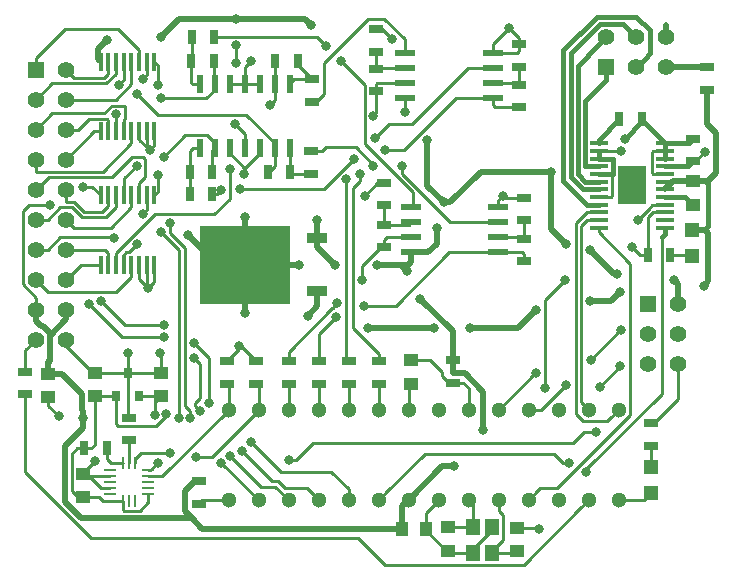
<source format=gbr>
G04 #@! TF.GenerationSoftware,KiCad,Pcbnew,5.0.0-fee4fd1~66~ubuntu16.04.1*
G04 #@! TF.CreationDate,2018-11-06T10:27:56-05:00*
G04 #@! TF.ProjectId,circuit,636972637569742E6B696361645F7063,rev?*
G04 #@! TF.SameCoordinates,Original*
G04 #@! TF.FileFunction,Copper,L1,Top,Signal*
G04 #@! TF.FilePolarity,Positive*
%FSLAX46Y46*%
G04 Gerber Fmt 4.6, Leading zero omitted, Abs format (unit mm)*
G04 Created by KiCad (PCBNEW 5.0.0-fee4fd1~66~ubuntu16.04.1) date Tue Nov  6 10:27:56 2018*
%MOMM*%
%LPD*%
G01*
G04 APERTURE LIST*
G04 #@! TA.AperFunction,SMDPad,CuDef*
%ADD10R,1.701800X0.939800*%
G04 #@! TD*
G04 #@! TA.AperFunction,SMDPad,CuDef*
%ADD11R,7.721600X6.654800*%
G04 #@! TD*
G04 #@! TA.AperFunction,SMDPad,CuDef*
%ADD12R,1.250000X1.000000*%
G04 #@! TD*
G04 #@! TA.AperFunction,SMDPad,CuDef*
%ADD13R,1.000000X1.250000*%
G04 #@! TD*
G04 #@! TA.AperFunction,SMDPad,CuDef*
%ADD14R,1.200000X1.200000*%
G04 #@! TD*
G04 #@! TA.AperFunction,ComponentPad*
%ADD15R,1.400000X1.400000*%
G04 #@! TD*
G04 #@! TA.AperFunction,ComponentPad*
%ADD16C,1.400000*%
G04 #@! TD*
G04 #@! TA.AperFunction,SMDPad,CuDef*
%ADD17R,1.300000X0.700000*%
G04 #@! TD*
G04 #@! TA.AperFunction,SMDPad,CuDef*
%ADD18R,0.700000X1.300000*%
G04 #@! TD*
G04 #@! TA.AperFunction,SMDPad,CuDef*
%ADD19R,0.600000X1.500000*%
G04 #@! TD*
G04 #@! TA.AperFunction,SMDPad,CuDef*
%ADD20R,1.016000X0.254000*%
G04 #@! TD*
G04 #@! TA.AperFunction,SMDPad,CuDef*
%ADD21R,0.254000X1.016000*%
G04 #@! TD*
G04 #@! TA.AperFunction,SMDPad,CuDef*
%ADD22R,1.750000X0.550000*%
G04 #@! TD*
G04 #@! TA.AperFunction,SMDPad,CuDef*
%ADD23R,0.450000X1.500000*%
G04 #@! TD*
G04 #@! TA.AperFunction,SMDPad,CuDef*
%ADD24R,1.600000X0.300000*%
G04 #@! TD*
G04 #@! TA.AperFunction,SMDPad,CuDef*
%ADD25R,2.400000X3.280001*%
G04 #@! TD*
G04 #@! TA.AperFunction,ComponentPad*
%ADD26C,1.300000*%
G04 #@! TD*
G04 #@! TA.AperFunction,SMDPad,CuDef*
%ADD27R,1.200000X1.400000*%
G04 #@! TD*
G04 #@! TA.AperFunction,SMDPad,CuDef*
%ADD28R,0.800000X0.900000*%
G04 #@! TD*
G04 #@! TA.AperFunction,ViaPad*
%ADD29C,0.800000*%
G04 #@! TD*
G04 #@! TA.AperFunction,Conductor*
%ADD30C,0.254000*%
G04 #@! TD*
G04 #@! TA.AperFunction,Conductor*
%ADD31C,0.381000*%
G04 #@! TD*
G04 #@! TA.AperFunction,Conductor*
%ADD32C,0.508000*%
G04 #@! TD*
G04 #@! TA.AperFunction,Conductor*
%ADD33C,0.250000*%
G04 #@! TD*
G04 APERTURE END LIST*
D10*
G04 #@! TO.P,U5,1*
G04 #@! TO.N,/battery+*
X158000700Y-83276001D03*
G04 #@! TO.P,U5,2*
G04 #@! TO.N,VCC*
X158000700Y-78775999D03*
D11*
G04 #@! TO.P,U5,3*
G04 #@! TO.N,GND*
X151892000Y-81026000D03*
G04 #@! TD*
D12*
G04 #@! TO.P,C1,1*
G04 #@! TO.N,GND*
X135280400Y-92271600D03*
G04 #@! TO.P,C1,2*
G04 #@! TO.N,VCC*
X135280400Y-90271600D03*
G04 #@! TD*
G04 #@! TO.P,C2,2*
G04 #@! TO.N,GND*
X169151300Y-105241600D03*
G04 #@! TO.P,C2,1*
G04 #@! TO.N,Net-(C2-Pad1)*
X169151300Y-103241600D03*
G04 #@! TD*
G04 #@! TO.P,C3,1*
G04 #@! TO.N,Net-(C3-Pad1)*
X174929800Y-105305100D03*
G04 #@! TO.P,C3,2*
G04 #@! TO.N,GND*
X174929800Y-103305100D03*
G04 #@! TD*
G04 #@! TO.P,C4,2*
G04 #@! TO.N,Net-(C4-Pad2)*
X166014400Y-89093800D03*
G04 #@! TO.P,C4,1*
G04 #@! TO.N,GND*
X166014400Y-91093800D03*
G04 #@! TD*
G04 #@! TO.P,C5,1*
G04 #@! TO.N,Net-(C5-Pad1)*
X189852300Y-75955400D03*
G04 #@! TO.P,C5,2*
G04 #@! TO.N,/battery+*
X189852300Y-73955400D03*
G04 #@! TD*
D13*
G04 #@! TO.P,C7,2*
G04 #@! TO.N,GND*
X167243000Y-103378000D03*
G04 #@! TO.P,C7,1*
G04 #@! TO.N,VCC*
X165243000Y-103378000D03*
G04 #@! TD*
D14*
G04 #@! TO.P,D1,2*
G04 #@! TO.N,/battery+*
X189814200Y-78089400D03*
G04 #@! TO.P,D1,1*
G04 #@! TO.N,Net-(D1-Pad1)*
X189814200Y-80289400D03*
G04 #@! TD*
G04 #@! TO.P,D2,1*
G04 #@! TO.N,Net-(D2-Pad1)*
X186296300Y-98188600D03*
G04 #@! TO.P,D2,2*
G04 #@! TO.N,/p_led*
X186296300Y-100388600D03*
G04 #@! TD*
D15*
G04 #@! TO.P,J1,1*
G04 #@! TO.N,/red_8*
X134239000Y-64516000D03*
D16*
G04 #@! TO.P,J1,2*
G04 #@! TO.N,/red_7*
X136779000Y-64516000D03*
G04 #@! TO.P,J1,3*
G04 #@! TO.N,/red_6*
X134239000Y-67056000D03*
G04 #@! TO.P,J1,4*
G04 #@! TO.N,/red_5*
X136779000Y-67056000D03*
G04 #@! TO.P,J1,5*
G04 #@! TO.N,/blue_8*
X134239000Y-69596000D03*
G04 #@! TO.P,J1,6*
G04 #@! TO.N,/blue_7*
X136779000Y-69596000D03*
G04 #@! TO.P,J1,9*
G04 #@! TO.N,/red_4*
X134239000Y-74676000D03*
G04 #@! TO.P,J1,7*
G04 #@! TO.N,/blue_6*
X134239000Y-72136000D03*
G04 #@! TO.P,J1,13*
G04 #@! TO.N,/blue_4*
X134239000Y-79756000D03*
G04 #@! TO.P,J1,17*
G04 #@! TO.N,VCC*
X134239000Y-84836000D03*
G04 #@! TO.P,J1,11*
G04 #@! TO.N,/red_2*
X134239000Y-77216000D03*
G04 #@! TO.P,J1,15*
G04 #@! TO.N,/blue_2*
X134239000Y-82296000D03*
G04 #@! TO.P,J1,19*
G04 #@! TO.N,Net-(J1-Pad19)*
X134239000Y-87376000D03*
G04 #@! TO.P,J1,14*
G04 #@! TO.N,/blue_3*
X136779000Y-79756000D03*
G04 #@! TO.P,J1,12*
G04 #@! TO.N,/red_1*
X136779000Y-77216000D03*
G04 #@! TO.P,J1,8*
G04 #@! TO.N,/blue_5*
X136779000Y-72136000D03*
G04 #@! TO.P,J1,18*
G04 #@! TO.N,VCC*
X136779000Y-84836000D03*
G04 #@! TO.P,J1,10*
G04 #@! TO.N,/red_3*
X136779000Y-74676000D03*
G04 #@! TO.P,J1,20*
G04 #@! TO.N,GND*
X136779000Y-87376000D03*
G04 #@! TO.P,J1,16*
G04 #@! TO.N,/blue_1*
X136779000Y-82296000D03*
G04 #@! TD*
D15*
G04 #@! TO.P,J2,1*
G04 #@! TO.N,/motorA+*
X182524400Y-64287400D03*
D16*
G04 #@! TO.P,J2,2*
G04 #@! TO.N,/motorA-*
X182524400Y-61747400D03*
G04 #@! TO.P,J2,3*
G04 #@! TO.N,/motorB+*
X185064400Y-64287400D03*
G04 #@! TO.P,J2,4*
G04 #@! TO.N,/motorB-*
X185064400Y-61747400D03*
G04 #@! TO.P,J2,5*
G04 #@! TO.N,Net-(F1-Pad2)*
X187604400Y-64287400D03*
G04 #@! TO.P,J2,6*
G04 #@! TO.N,GND*
X187604400Y-61747400D03*
G04 #@! TD*
G04 #@! TO.P,P1,6*
G04 #@! TO.N,GND*
X188620400Y-89433400D03*
G04 #@! TO.P,P1,5*
G04 #@! TO.N,/RESET*
X186080400Y-89433400D03*
G04 #@! TO.P,P1,4*
G04 #@! TO.N,/MOSI*
X188620400Y-86893400D03*
G04 #@! TO.P,P1,3*
G04 #@! TO.N,/SCK*
X186080400Y-86893400D03*
G04 #@! TO.P,P1,2*
G04 #@! TO.N,VCC*
X188620400Y-84353400D03*
D15*
G04 #@! TO.P,P1,1*
G04 #@! TO.N,/MISO*
X186080400Y-84353400D03*
G04 #@! TD*
D17*
G04 #@! TO.P,R1,1*
G04 #@! TO.N,/SDA*
X152895300Y-91094600D03*
G04 #@! TO.P,R1,2*
G04 #@! TO.N,/3.3V*
X152895300Y-89194600D03*
G04 #@! TD*
G04 #@! TO.P,R2,1*
G04 #@! TO.N,/SCL*
X150418800Y-91094600D03*
G04 #@! TO.P,R2,2*
G04 #@! TO.N,/3.3V*
X150418800Y-89194600D03*
G04 #@! TD*
G04 #@! TO.P,R3,1*
G04 #@! TO.N,/led_D1*
X133324600Y-92019200D03*
G04 #@! TO.P,R3,2*
G04 #@! TO.N,Net-(J1-Pad19)*
X133324600Y-90119200D03*
G04 #@! TD*
D18*
G04 #@! TO.P,R4,2*
G04 #@! TO.N,/red_inA*
X149159000Y-73152000D03*
G04 #@! TO.P,R4,1*
G04 #@! TO.N,Net-(R4-Pad1)*
X147259000Y-73152000D03*
G04 #@! TD*
G04 #@! TO.P,R5,1*
G04 #@! TO.N,Net-(R5-Pad1)*
X155763000Y-73152000D03*
G04 #@! TO.P,R5,2*
G04 #@! TO.N,/red_inB*
X153863000Y-73152000D03*
G04 #@! TD*
D17*
G04 #@! TO.P,R6,2*
G04 #@! TO.N,Net-(R10-Pad2)*
X175098235Y-64273395D03*
G04 #@! TO.P,R6,1*
G04 #@! TO.N,GND*
X175098235Y-62373395D03*
G04 #@! TD*
D18*
G04 #@! TO.P,R7,2*
G04 #@! TO.N,Net-(R4-Pad1)*
X147259000Y-75057000D03*
G04 #@! TO.P,R7,1*
G04 #@! TO.N,Net-(R7-Pad1)*
X149159000Y-75057000D03*
G04 #@! TD*
D17*
G04 #@! TO.P,R8,1*
G04 #@! TO.N,GND*
X175583587Y-75364614D03*
G04 #@! TO.P,R8,2*
G04 #@! TO.N,Net-(R11-Pad2)*
X175583587Y-77264614D03*
G04 #@! TD*
G04 #@! TO.P,R9,1*
G04 #@! TO.N,Net-(R9-Pad1)*
X157543500Y-71440000D03*
G04 #@! TO.P,R9,2*
G04 #@! TO.N,Net-(R5-Pad1)*
X157543500Y-73340000D03*
G04 #@! TD*
G04 #@! TO.P,R10,2*
G04 #@! TO.N,Net-(R10-Pad2)*
X175098235Y-65802395D03*
G04 #@! TO.P,R10,1*
G04 #@! TO.N,Net-(R10-Pad1)*
X175098235Y-67702395D03*
G04 #@! TD*
G04 #@! TO.P,R11,2*
G04 #@! TO.N,Net-(R11-Pad2)*
X175583587Y-78857114D03*
G04 #@! TO.P,R11,1*
G04 #@! TO.N,Net-(R11-Pad1)*
X175583587Y-80757114D03*
G04 #@! TD*
G04 #@! TO.P,R12,1*
G04 #@! TO.N,/red_outA*
X163245800Y-91094600D03*
G04 #@! TO.P,R12,2*
G04 #@! TO.N,Net-(R10-Pad1)*
X163245800Y-89194600D03*
G04 #@! TD*
G04 #@! TO.P,R13,2*
G04 #@! TO.N,Net-(R11-Pad1)*
X158165800Y-89194600D03*
G04 #@! TO.P,R13,1*
G04 #@! TO.N,/red_outB*
X158165800Y-91094600D03*
G04 #@! TD*
D18*
G04 #@! TO.P,R14,1*
G04 #@! TO.N,GND*
X186055000Y-80238600D03*
G04 #@! TO.P,R14,2*
G04 #@! TO.N,Net-(D1-Pad1)*
X187955000Y-80238600D03*
G04 #@! TD*
D17*
G04 #@! TO.P,R15,2*
G04 #@! TO.N,Net-(D2-Pad1)*
X186296300Y-96365100D03*
G04 #@! TO.P,R15,1*
G04 #@! TO.N,GND*
X186296300Y-94465100D03*
G04 #@! TD*
D18*
G04 #@! TO.P,R16,2*
G04 #@! TO.N,/blue_inB*
X149286000Y-63754000D03*
G04 #@! TO.P,R16,1*
G04 #@! TO.N,Net-(R16-Pad1)*
X147386000Y-63754000D03*
G04 #@! TD*
G04 #@! TO.P,R17,1*
G04 #@! TO.N,Net-(R17-Pad1)*
X156398000Y-63754000D03*
G04 #@! TO.P,R17,2*
G04 #@! TO.N,/blue_inA*
X154498000Y-63754000D03*
G04 #@! TD*
D17*
G04 #@! TO.P,R18,1*
G04 #@! TO.N,GND*
X163709087Y-74094614D03*
G04 #@! TO.P,R18,2*
G04 #@! TO.N,Net-(R18-Pad2)*
X163709087Y-75994614D03*
G04 #@! TD*
D18*
G04 #@! TO.P,R19,2*
G04 #@! TO.N,Net-(R16-Pad1)*
X147447000Y-61722000D03*
G04 #@! TO.P,R19,1*
G04 #@! TO.N,Net-(R19-Pad1)*
X149347000Y-61722000D03*
G04 #@! TD*
D17*
G04 #@! TO.P,R20,2*
G04 #@! TO.N,Net-(R20-Pad2)*
X163033235Y-62992000D03*
G04 #@! TO.P,R20,1*
G04 #@! TO.N,GND*
X163033235Y-61092000D03*
G04 #@! TD*
G04 #@! TO.P,R21,2*
G04 #@! TO.N,Net-(R17-Pad1)*
X157607000Y-65344000D03*
G04 #@! TO.P,R21,1*
G04 #@! TO.N,Net-(R21-Pad1)*
X157607000Y-67244000D03*
G04 #@! TD*
G04 #@! TO.P,R22,1*
G04 #@! TO.N,Net-(R22-Pad1)*
X163709087Y-79550614D03*
G04 #@! TO.P,R22,2*
G04 #@! TO.N,Net-(R18-Pad2)*
X163709087Y-77650614D03*
G04 #@! TD*
G04 #@! TO.P,R23,1*
G04 #@! TO.N,Net-(R23-Pad1)*
X163033235Y-66368895D03*
G04 #@! TO.P,R23,2*
G04 #@! TO.N,Net-(R20-Pad2)*
X163033235Y-64468895D03*
G04 #@! TD*
G04 #@! TO.P,R24,1*
G04 #@! TO.N,/blue_outB*
X155625800Y-91094600D03*
G04 #@! TO.P,R24,2*
G04 #@! TO.N,Net-(R22-Pad1)*
X155625800Y-89194600D03*
G04 #@! TD*
G04 #@! TO.P,R25,1*
G04 #@! TO.N,/blue_outA*
X160705800Y-91094600D03*
G04 #@! TO.P,R25,2*
G04 #@! TO.N,Net-(R23-Pad1)*
X160705800Y-89194600D03*
G04 #@! TD*
D18*
G04 #@! TO.P,R26,2*
G04 #@! TO.N,Net-(R26-Pad2)*
X183631800Y-68732400D03*
G04 #@! TO.P,R26,1*
G04 #@! TO.N,VCC*
X185531800Y-68732400D03*
G04 #@! TD*
D17*
G04 #@! TO.P,R27,2*
G04 #@! TO.N,/RESET*
X148005800Y-101254600D03*
G04 #@! TO.P,R27,1*
G04 #@! TO.N,VCC*
X148005800Y-99354600D03*
G04 #@! TD*
G04 #@! TO.P,R28,2*
G04 #@! TO.N,VCC*
X169519600Y-89143800D03*
G04 #@! TO.P,R28,1*
G04 #@! TO.N,Net-(C4-Pad2)*
X169519600Y-91043800D03*
G04 #@! TD*
D19*
G04 #@! TO.P,U1,14*
G04 #@! TO.N,Net-(R16-Pad1)*
X148082000Y-65753000D03*
G04 #@! TO.P,U1,13*
G04 #@! TO.N,/blue_inB*
X149352000Y-65753000D03*
G04 #@! TO.P,U1,12*
G04 #@! TO.N,GND*
X150622000Y-65753000D03*
G04 #@! TO.P,U1,11*
X151892000Y-65753000D03*
G04 #@! TO.P,U1,10*
X153162000Y-65753000D03*
G04 #@! TO.P,U1,9*
G04 #@! TO.N,/blue_inA*
X154432000Y-65753000D03*
G04 #@! TO.P,U1,8*
G04 #@! TO.N,Net-(R17-Pad1)*
X155702000Y-65753000D03*
G04 #@! TO.P,U1,7*
G04 #@! TO.N,Net-(R5-Pad1)*
X155702000Y-71153000D03*
G04 #@! TO.P,U1,6*
G04 #@! TO.N,/red_inB*
X154432000Y-71153000D03*
G04 #@! TO.P,U1,5*
G04 #@! TO.N,GND*
X153162000Y-71153000D03*
G04 #@! TO.P,U1,4*
G04 #@! TO.N,VCC*
X151892000Y-71153000D03*
G04 #@! TO.P,U1,3*
G04 #@! TO.N,GND*
X150622000Y-71153000D03*
G04 #@! TO.P,U1,2*
G04 #@! TO.N,/red_inA*
X149352000Y-71153000D03*
G04 #@! TO.P,U1,1*
G04 #@! TO.N,Net-(R4-Pad1)*
X148082000Y-71153000D03*
G04 #@! TD*
D20*
G04 #@! TO.P,U2,1*
G04 #@! TO.N,/3.3V*
X143713200Y-100441001D03*
G04 #@! TO.P,U2,2*
G04 #@! TO.N,Net-(U2-Pad2)*
X143713200Y-99940999D03*
G04 #@! TO.P,U2,3*
G04 #@! TO.N,Net-(U2-Pad3)*
X143713200Y-99441000D03*
G04 #@! TO.P,U2,4*
G04 #@! TO.N,/SCL*
X143713200Y-98941001D03*
G04 #@! TO.P,U2,5*
G04 #@! TO.N,GND*
X143713200Y-98440999D03*
D21*
G04 #@! TO.P,U2,6*
G04 #@! TO.N,/SDA*
X142612999Y-97840800D03*
G04 #@! TO.P,U2,7*
G04 #@! TO.N,Net-(R29-Pad1)*
X142113000Y-97840800D03*
G04 #@! TO.P,U2,8*
G04 #@! TO.N,Net-(R30-Pad2)*
X141613001Y-97840800D03*
D20*
G04 #@! TO.P,U2,9*
G04 #@! TO.N,Net-(U2-Pad9)*
X140512800Y-98440999D03*
G04 #@! TO.P,U2,10*
G04 #@! TO.N,GND*
X140512800Y-98941001D03*
G04 #@! TO.P,U2,11*
G04 #@! TO.N,Net-(U2-Pad11)*
X140512800Y-99441000D03*
G04 #@! TO.P,U2,12*
G04 #@! TO.N,GND*
X140512800Y-99940999D03*
G04 #@! TO.P,U2,13*
G04 #@! TO.N,Net-(U2-Pad13)*
X140512800Y-100441001D03*
D21*
G04 #@! TO.P,U2,14*
G04 #@! TO.N,/3.3V*
X141613001Y-101041200D03*
G04 #@! TO.P,U2,15*
G04 #@! TO.N,Net-(U2-Pad15)*
X142113000Y-101041200D03*
G04 #@! TO.P,U2,16*
G04 #@! TO.N,Net-(U2-Pad16)*
X142612999Y-101041200D03*
G04 #@! TD*
D22*
G04 #@! TO.P,U3,1*
G04 #@! TO.N,Net-(R10-Pad1)*
X172892735Y-66942895D03*
G04 #@! TO.P,U3,2*
G04 #@! TO.N,Net-(R10-Pad2)*
X172892735Y-65672895D03*
G04 #@! TO.P,U3,3*
G04 #@! TO.N,Net-(R7-Pad1)*
X172892735Y-64402895D03*
G04 #@! TO.P,U3,4*
G04 #@! TO.N,GND*
X172892735Y-63132895D03*
G04 #@! TO.P,U3,5*
G04 #@! TO.N,Net-(R21-Pad1)*
X165492735Y-63132895D03*
G04 #@! TO.P,U3,6*
G04 #@! TO.N,Net-(R20-Pad2)*
X165492735Y-64402895D03*
G04 #@! TO.P,U3,7*
G04 #@! TO.N,Net-(R23-Pad1)*
X165492735Y-65672895D03*
G04 #@! TO.P,U3,8*
G04 #@! TO.N,VCC*
X165492735Y-66942895D03*
G04 #@! TD*
G04 #@! TO.P,U4,8*
G04 #@! TO.N,VCC*
X165978087Y-79997614D03*
G04 #@! TO.P,U4,7*
G04 #@! TO.N,Net-(R22-Pad1)*
X165978087Y-78727614D03*
G04 #@! TO.P,U4,6*
G04 #@! TO.N,Net-(R18-Pad2)*
X165978087Y-77457614D03*
G04 #@! TO.P,U4,5*
G04 #@! TO.N,Net-(R19-Pad1)*
X165978087Y-76187614D03*
G04 #@! TO.P,U4,4*
G04 #@! TO.N,GND*
X173378087Y-76187614D03*
G04 #@! TO.P,U4,3*
G04 #@! TO.N,Net-(R9-Pad1)*
X173378087Y-77457614D03*
G04 #@! TO.P,U4,2*
G04 #@! TO.N,Net-(R11-Pad2)*
X173378087Y-78727614D03*
G04 #@! TO.P,U4,1*
G04 #@! TO.N,Net-(R11-Pad1)*
X173378087Y-79997614D03*
G04 #@! TD*
D23*
G04 #@! TO.P,U7,16*
G04 #@! TO.N,VCC*
X139711000Y-75155000D03*
G04 #@! TO.P,U7,15*
G04 #@! TO.N,/red_3*
X140361000Y-75155000D03*
G04 #@! TO.P,U7,14*
G04 #@! TO.N,/red_2*
X141011000Y-75155000D03*
G04 #@! TO.P,U7,13*
G04 #@! TO.N,/red_inA*
X141661000Y-75155000D03*
G04 #@! TO.P,U7,12*
G04 #@! TO.N,/red_1*
X142311000Y-75155000D03*
G04 #@! TO.P,U7,11*
G04 #@! TO.N,/red_4*
X142961000Y-75155000D03*
G04 #@! TO.P,U7,10*
G04 #@! TO.N,/select_0A*
X143611000Y-75155000D03*
G04 #@! TO.P,U7,9*
G04 #@! TO.N,/select_1A*
X144261000Y-75155000D03*
G04 #@! TO.P,U7,8*
G04 #@! TO.N,GND*
X144261000Y-81055000D03*
G04 #@! TO.P,U7,7*
X143611000Y-81055000D03*
G04 #@! TO.P,U7,6*
X142961000Y-81055000D03*
G04 #@! TO.P,U7,5*
G04 #@! TO.N,/blue_2*
X142311000Y-81055000D03*
G04 #@! TO.P,U7,4*
G04 #@! TO.N,/blue_4*
X141661000Y-81055000D03*
G04 #@! TO.P,U7,3*
G04 #@! TO.N,/blue_inA*
X141011000Y-81055000D03*
G04 #@! TO.P,U7,2*
G04 #@! TO.N,/blue_3*
X140361000Y-81055000D03*
G04 #@! TO.P,U7,1*
G04 #@! TO.N,/blue_1*
X139711000Y-81055000D03*
G04 #@! TD*
G04 #@! TO.P,U8,1*
G04 #@! TO.N,/blue_5*
X139711000Y-69752000D03*
G04 #@! TO.P,U8,2*
G04 #@! TO.N,/blue_7*
X140361000Y-69752000D03*
G04 #@! TO.P,U8,3*
G04 #@! TO.N,/blue_inB*
X141011000Y-69752000D03*
G04 #@! TO.P,U8,4*
G04 #@! TO.N,/blue_8*
X141661000Y-69752000D03*
G04 #@! TO.P,U8,5*
G04 #@! TO.N,/blue_6*
X142311000Y-69752000D03*
G04 #@! TO.P,U8,6*
G04 #@! TO.N,GND*
X142961000Y-69752000D03*
G04 #@! TO.P,U8,7*
X143611000Y-69752000D03*
G04 #@! TO.P,U8,8*
X144261000Y-69752000D03*
G04 #@! TO.P,U8,9*
G04 #@! TO.N,/select_1B*
X144261000Y-63852000D03*
G04 #@! TO.P,U8,10*
G04 #@! TO.N,/select_0B*
X143611000Y-63852000D03*
G04 #@! TO.P,U8,11*
G04 #@! TO.N,/red_8*
X142961000Y-63852000D03*
G04 #@! TO.P,U8,12*
G04 #@! TO.N,/red_5*
X142311000Y-63852000D03*
G04 #@! TO.P,U8,13*
G04 #@! TO.N,/red_inB*
X141661000Y-63852000D03*
G04 #@! TO.P,U8,14*
G04 #@! TO.N,/red_6*
X141011000Y-63852000D03*
G04 #@! TO.P,U8,15*
G04 #@! TO.N,/red_7*
X140361000Y-63852000D03*
G04 #@! TO.P,U8,16*
G04 #@! TO.N,VCC*
X139711000Y-63852000D03*
G04 #@! TD*
D24*
G04 #@! TO.P,U9,1*
G04 #@! TO.N,Net-(R26-Pad2)*
X181908801Y-70745401D03*
G04 #@! TO.P,U9,2*
G04 #@! TO.N,GND*
X181908801Y-71395400D03*
G04 #@! TO.P,U9,3*
X181908801Y-72045398D03*
G04 #@! TO.P,U9,4*
G04 #@! TO.N,/motorA+*
X181908801Y-72695399D03*
G04 #@! TO.P,U9,5*
G04 #@! TO.N,GND*
X181908801Y-73345398D03*
G04 #@! TO.P,U9,6*
G04 #@! TO.N,/motorA-*
X181908801Y-73995399D03*
G04 #@! TO.P,U9,7*
G04 #@! TO.N,/motorB-*
X181908801Y-74645398D03*
G04 #@! TO.P,U9,8*
G04 #@! TO.N,GND*
X181908801Y-75295399D03*
G04 #@! TO.P,U9,9*
G04 #@! TO.N,/motorB+*
X181908801Y-75945398D03*
G04 #@! TO.P,U9,10*
G04 #@! TO.N,/motorA_PWM*
X181908801Y-76595399D03*
G04 #@! TO.P,U9,11*
G04 #@! TO.N,/motorB_PWM*
X181908801Y-77245398D03*
G04 #@! TO.P,U9,12*
G04 #@! TO.N,/motorB_DIR*
X181908801Y-77895399D03*
G04 #@! TO.P,U9,13*
G04 #@! TO.N,/motorA_DIR*
X187508799Y-77895399D03*
G04 #@! TO.P,U9,14*
G04 #@! TO.N,Net-(U9-Pad14)*
X187508799Y-77245400D03*
G04 #@! TO.P,U9,15*
G04 #@! TO.N,GND*
X187508799Y-76595399D03*
G04 #@! TO.P,U9,16*
G04 #@! TO.N,/issues*
X187508799Y-75945401D03*
G04 #@! TO.P,U9,17*
G04 #@! TO.N,Net-(C5-Pad1)*
X187508799Y-75295399D03*
G04 #@! TO.P,U9,18*
G04 #@! TO.N,/battery+*
X187508799Y-74645401D03*
G04 #@! TO.P,U9,19*
X187508799Y-73995402D03*
G04 #@! TO.P,U9,20*
G04 #@! TO.N,VCC*
X187508799Y-73345401D03*
G04 #@! TO.P,U9,21*
G04 #@! TO.N,GND*
X187508799Y-72695402D03*
G04 #@! TO.P,U9,22*
G04 #@! TO.N,VCC*
X187508799Y-72045401D03*
G04 #@! TO.P,U9,23*
X187508799Y-71395402D03*
G04 #@! TO.P,U9,24*
X187508799Y-70745401D03*
D25*
G04 #@! TO.P,U9,25*
G04 #@! TO.N,N/C*
X184708800Y-74320400D03*
G04 #@! TD*
D26*
G04 #@! TO.P,U10,1*
G04 #@! TO.N,/RESET*
X150545800Y-100939600D03*
G04 #@! TO.P,U10,28*
G04 #@! TO.N,/SCL*
X150545800Y-93319600D03*
G04 #@! TO.P,U10,2*
G04 #@! TO.N,/select_0A*
X153085800Y-100939600D03*
G04 #@! TO.P,U10,27*
G04 #@! TO.N,/SDA*
X153085800Y-93319600D03*
G04 #@! TO.P,U10,3*
G04 #@! TO.N,/select_1A*
X155625800Y-100939600D03*
G04 #@! TO.P,U10,26*
G04 #@! TO.N,/blue_outB*
X155625800Y-93319600D03*
G04 #@! TO.P,U10,4*
G04 #@! TO.N,/select_0B*
X158165800Y-100939600D03*
G04 #@! TO.P,U10,25*
G04 #@! TO.N,/red_outB*
X158165800Y-93319600D03*
G04 #@! TO.P,U10,5*
G04 #@! TO.N,/select_1B*
X160705800Y-100939600D03*
G04 #@! TO.P,U10,24*
G04 #@! TO.N,/blue_outA*
X160705800Y-93319600D03*
G04 #@! TO.P,U10,6*
G04 #@! TO.N,/motorA_DIR*
X163245800Y-100939600D03*
G04 #@! TO.P,U10,23*
G04 #@! TO.N,/red_outA*
X163245800Y-93319600D03*
G04 #@! TO.P,U10,7*
G04 #@! TO.N,VCC*
X165785800Y-100939600D03*
G04 #@! TO.P,U10,22*
G04 #@! TO.N,GND*
X165785800Y-93319600D03*
G04 #@! TO.P,U10,8*
X168325800Y-100939600D03*
G04 #@! TO.P,U10,21*
G04 #@! TO.N,Net-(U10-Pad21)*
X168325800Y-93319600D03*
G04 #@! TO.P,U10,9*
G04 #@! TO.N,Net-(C2-Pad1)*
X170865800Y-100939600D03*
G04 #@! TO.P,U10,20*
G04 #@! TO.N,Net-(C4-Pad2)*
X170865800Y-93319600D03*
G04 #@! TO.P,U10,10*
G04 #@! TO.N,Net-(C3-Pad1)*
X173405800Y-100939600D03*
G04 #@! TO.P,U10,19*
G04 #@! TO.N,/SCK*
X173405800Y-93319600D03*
G04 #@! TO.P,U10,11*
G04 #@! TO.N,/motorB_DIR*
X175945800Y-100939600D03*
G04 #@! TO.P,U10,18*
G04 #@! TO.N,/MISO*
X175945800Y-93319600D03*
G04 #@! TO.P,U10,12*
G04 #@! TO.N,/issues*
X178485800Y-100939600D03*
G04 #@! TO.P,U10,17*
G04 #@! TO.N,/MOSI*
X178485800Y-93319600D03*
G04 #@! TO.P,U10,13*
G04 #@! TO.N,/led_D1*
X181025800Y-100939600D03*
G04 #@! TO.P,U10,16*
G04 #@! TO.N,/motorB_PWM*
X181025800Y-93319600D03*
G04 #@! TO.P,U10,14*
G04 #@! TO.N,/p_led*
X183565800Y-100939600D03*
G04 #@! TO.P,U10,15*
G04 #@! TO.N,/motorA_PWM*
X183565800Y-93319600D03*
G04 #@! TD*
D27*
G04 #@! TO.P,Y1,1*
G04 #@! TO.N,Net-(C3-Pad1)*
X172808800Y-105405100D03*
G04 #@! TO.P,Y1,2*
G04 #@! TO.N,GND*
X172808800Y-103205100D03*
G04 #@! TO.P,Y1,3*
G04 #@! TO.N,Net-(C2-Pad1)*
X171208800Y-103205100D03*
G04 #@! TO.P,Y1,4*
G04 #@! TO.N,GND*
X171208800Y-105405100D03*
G04 #@! TD*
D28*
G04 #@! TO.P,U6,3*
G04 #@! TO.N,GND*
X141986000Y-90186000D03*
G04 #@! TO.P,U6,2*
G04 #@! TO.N,VCC*
X142936000Y-92186000D03*
G04 #@! TO.P,U6,1*
G04 #@! TO.N,/3.3V*
X141036000Y-92186000D03*
G04 #@! TD*
D12*
G04 #@! TO.P,C8,1*
G04 #@! TO.N,/3.3V*
X138201400Y-100720400D03*
G04 #@! TO.P,C8,2*
G04 #@! TO.N,GND*
X138201400Y-98720400D03*
G04 #@! TD*
D17*
G04 #@! TO.P,R29,2*
G04 #@! TO.N,GND*
X142113000Y-93995200D03*
G04 #@! TO.P,R29,1*
G04 #@! TO.N,Net-(R29-Pad1)*
X142113000Y-95895200D03*
G04 #@! TD*
D18*
G04 #@! TO.P,R30,1*
G04 #@! TO.N,/3.3V*
X138318200Y-96570800D03*
G04 #@! TO.P,R30,2*
G04 #@! TO.N,Net-(R30-Pad2)*
X140218200Y-96570800D03*
G04 #@! TD*
D17*
G04 #@! TO.P,C6,1*
G04 #@! TO.N,VCC*
X189852300Y-70385900D03*
G04 #@! TO.P,C6,2*
G04 #@! TO.N,GND*
X189852300Y-72285900D03*
G04 #@! TD*
D12*
G04 #@! TO.P,C9,2*
G04 #@! TO.N,GND*
X144780000Y-90170000D03*
G04 #@! TO.P,C9,1*
G04 #@! TO.N,VCC*
X144780000Y-92170000D03*
G04 #@! TD*
G04 #@! TO.P,C10,1*
G04 #@! TO.N,/3.3V*
X139192000Y-92170000D03*
G04 #@! TO.P,C10,2*
G04 #@! TO.N,GND*
X139192000Y-90170000D03*
G04 #@! TD*
D17*
G04 #@! TO.P,F1,1*
G04 #@! TO.N,/battery+*
X191008000Y-66228000D03*
G04 #@! TO.P,F1,2*
G04 #@! TO.N,Net-(F1-Pad2)*
X191008000Y-64328000D03*
G04 #@! TD*
D29*
G04 #@! TO.N,GND*
X183750000Y-71400000D03*
X174244000Y-60960000D03*
X144526000Y-97790000D03*
X176784000Y-103378000D03*
X151850000Y-73350000D03*
X143850000Y-71350000D03*
X143750000Y-83000000D03*
X142000000Y-88500000D03*
X144750000Y-88500000D03*
X190900000Y-71450000D03*
X136150000Y-93850000D03*
X173750000Y-75200000D03*
X164350000Y-61900000D03*
X139250000Y-97650000D03*
X184658000Y-79502000D03*
X162052000Y-75184000D03*
X152400000Y-63754000D03*
X151892000Y-76962000D03*
X147066000Y-78486000D03*
X151892000Y-85090000D03*
X156464000Y-81026000D03*
G04 #@! TO.N,VCC*
X184073800Y-70358000D03*
X135382000Y-75946000D03*
X138176000Y-74422000D03*
X138176000Y-93980000D03*
X144272000Y-93726000D03*
X151100000Y-69150000D03*
X151150000Y-63950000D03*
X151150000Y-62450000D03*
X165500000Y-68100000D03*
X167350000Y-70450000D03*
X168750000Y-75750000D03*
X168150000Y-77900000D03*
X165650000Y-81550000D03*
X166750000Y-83900000D03*
X172100000Y-95000000D03*
X169600000Y-98100000D03*
X140208000Y-61976000D03*
X157988000Y-77216000D03*
X157480000Y-60706000D03*
X151130000Y-60198000D03*
X144780000Y-61722000D03*
X159512000Y-81026000D03*
X163068000Y-81026000D03*
X177800000Y-73152000D03*
X188214000Y-82296000D03*
X183388000Y-81788000D03*
X181102801Y-79756000D03*
X179070000Y-79248000D03*
G04 #@! TO.N,/battery+*
X157226000Y-85344000D03*
X162306000Y-86360000D03*
X167894000Y-86360000D03*
X170942000Y-86360000D03*
X176530000Y-84836000D03*
X181102801Y-84074000D03*
X183642000Y-83312000D03*
X190754000Y-82804000D03*
G04 #@! TO.N,/blue_4*
X140850000Y-78750000D03*
X142820067Y-79270067D03*
G04 #@! TO.N,/RESET*
X155650000Y-97600000D03*
X181650000Y-95200000D03*
G04 #@! TO.N,/MOSI*
X181950000Y-91350000D03*
X183700000Y-89650000D03*
G04 #@! TO.N,/SCK*
X176573000Y-90200000D03*
G04 #@! TO.N,/MISO*
X179100000Y-91200000D03*
X181200000Y-89100000D03*
X183750000Y-86600000D03*
G04 #@! TO.N,/SDA*
X147802600Y-97282000D03*
X145542000Y-96977200D03*
G04 #@! TO.N,/3.3V*
X145271509Y-93694615D03*
X151450000Y-87900000D03*
G04 #@! TO.N,/red_inA*
X142748000Y-72644000D03*
X145034000Y-71882000D03*
G04 #@! TO.N,/red_inB*
X141224000Y-65786000D03*
X142748000Y-66548000D03*
G04 #@! TO.N,Net-(R7-Pad1)*
X149923000Y-74700000D03*
X151500000Y-74650000D03*
X161200000Y-72050000D03*
X162950000Y-70300000D03*
G04 #@! TO.N,Net-(R9-Pad1)*
X162750000Y-72700000D03*
X165200000Y-72700000D03*
G04 #@! TO.N,Net-(R10-Pad1)*
X163800000Y-71350000D03*
X161700000Y-73350000D03*
G04 #@! TO.N,Net-(R11-Pad1)*
X159650000Y-85450000D03*
X162000000Y-84500000D03*
G04 #@! TO.N,/blue_inB*
X141029391Y-68291000D03*
X144780000Y-66922933D03*
G04 #@! TO.N,/blue_inA*
X154050000Y-67550000D03*
X150650000Y-72900000D03*
G04 #@! TO.N,Net-(R19-Pad1)*
X158750000Y-62484000D03*
X160020000Y-63754000D03*
G04 #@! TO.N,Net-(R22-Pad1)*
X159756347Y-84318347D03*
X161798000Y-82296000D03*
G04 #@! TO.N,Net-(R23-Pad1)*
X162783234Y-68450000D03*
X160500000Y-73800000D03*
G04 #@! TO.N,/select_0A*
X149860000Y-97790000D03*
X146304000Y-93980000D03*
X144780000Y-78232000D03*
X143256000Y-76708000D03*
G04 #@! TO.N,/select_1A*
X150692051Y-97235299D03*
X147304003Y-93980000D03*
X145542000Y-77470000D03*
X144526000Y-73406000D03*
G04 #@! TO.N,/select_1B*
X144526000Y-65800000D03*
X139700000Y-84074000D03*
X145034000Y-86106000D03*
X147574000Y-87630000D03*
X148844000Y-92710000D03*
X152400000Y-96012000D03*
G04 #@! TO.N,/select_0B*
X151638000Y-96774000D03*
X148141315Y-93433270D03*
X147574000Y-88900000D03*
X145034000Y-87122000D03*
X138684000Y-84328000D03*
X143256000Y-65278000D03*
G04 #@! TO.N,/motorA_DIR*
X180800000Y-98600000D03*
X179400000Y-97800000D03*
G04 #@! TO.N,/issues*
X177300000Y-91450000D03*
X179000000Y-82350000D03*
X185166000Y-77216000D03*
G04 #@! TD*
D30*
G04 #@! TO.N,GND*
X171208800Y-105116498D02*
X171208800Y-105405100D01*
X172808800Y-103516498D02*
X171208800Y-105116498D01*
X172808800Y-103205100D02*
X172808800Y-103516498D01*
X183035802Y-73418399D02*
X182962801Y-73345398D01*
X183035802Y-75222398D02*
X183035802Y-73418399D01*
X182962801Y-75295399D02*
X183035802Y-75222398D01*
X182962801Y-73345398D02*
X181908801Y-73345398D01*
X181908801Y-75295399D02*
X182962801Y-75295399D01*
D31*
X181908801Y-72045398D02*
X181908801Y-71395400D01*
X183118299Y-73316900D02*
X183118299Y-72073896D01*
X183089801Y-72045398D02*
X181908801Y-72045398D01*
X183089801Y-73345398D02*
X183118299Y-73316900D01*
X183118299Y-72073896D02*
X183089801Y-72045398D01*
X181908801Y-73345398D02*
X183089801Y-73345398D01*
X189442798Y-72695402D02*
X187508799Y-72695402D01*
X189852300Y-72285900D02*
X189442798Y-72695402D01*
D30*
X175098235Y-62977395D02*
X175098235Y-62373395D01*
X174942735Y-63132895D02*
X175098235Y-62977395D01*
X172892735Y-63132895D02*
X174942735Y-63132895D01*
X172892735Y-62311265D02*
X174244000Y-60960000D01*
X172892735Y-63132895D02*
X172892735Y-62311265D01*
X175098235Y-61814235D02*
X174244000Y-60960000D01*
X175098235Y-62373395D02*
X175098235Y-61814235D01*
X139067000Y-90170000D02*
X136779000Y-87882000D01*
X136779000Y-87882000D02*
X136779000Y-87376000D01*
X139192000Y-90170000D02*
X139067000Y-90170000D01*
X142002000Y-90170000D02*
X141986000Y-90186000D01*
X144780000Y-90170000D02*
X142002000Y-90170000D01*
X139208000Y-90186000D02*
X139192000Y-90170000D01*
X141986000Y-90186000D02*
X139208000Y-90186000D01*
X141986000Y-93868200D02*
X142113000Y-93995200D01*
X141986000Y-90186000D02*
X141986000Y-93868200D01*
X138422001Y-98941001D02*
X140512800Y-98941001D01*
X138201400Y-98720400D02*
X138422001Y-98941001D01*
X139750800Y-99940999D02*
X140512800Y-99940999D01*
X138530201Y-98720400D02*
X139750800Y-99940999D01*
X138201400Y-98720400D02*
X138530201Y-98720400D01*
X143875001Y-98440999D02*
X144526000Y-97790000D01*
X143713200Y-98440999D02*
X143875001Y-98440999D01*
X167243000Y-102022400D02*
X168325800Y-100939600D01*
X167243000Y-103378000D02*
X167243000Y-102022400D01*
X168981600Y-105241600D02*
X169151300Y-105241600D01*
X167243000Y-103503000D02*
X168981600Y-105241600D01*
X167243000Y-103378000D02*
X167243000Y-103503000D01*
X176711100Y-103305100D02*
X176784000Y-103378000D01*
X174929800Y-103305100D02*
X176711100Y-103305100D01*
X188620400Y-90423349D02*
X188620400Y-89433400D01*
X188620400Y-92441000D02*
X188620400Y-90423349D01*
X186596300Y-94465100D02*
X188620400Y-92441000D01*
X186296300Y-94465100D02*
X186596300Y-94465100D01*
X169314800Y-105405100D02*
X169151300Y-105241600D01*
X171208800Y-105405100D02*
X169314800Y-105405100D01*
X151850000Y-72831000D02*
X151850000Y-73350000D01*
X150622000Y-71603000D02*
X151850000Y-72831000D01*
X150622000Y-71153000D02*
X150622000Y-71603000D01*
X151850000Y-72915000D02*
X151850000Y-73350000D01*
X153162000Y-71603000D02*
X151850000Y-72915000D01*
X153162000Y-71153000D02*
X153162000Y-71603000D01*
X142961000Y-70461000D02*
X143850000Y-71350000D01*
X142961000Y-69752000D02*
X142961000Y-70461000D01*
X143611000Y-71111000D02*
X143850000Y-71350000D01*
X143611000Y-69752000D02*
X143611000Y-71111000D01*
X144261000Y-70939000D02*
X143850000Y-71350000D01*
X144261000Y-69752000D02*
X144261000Y-70939000D01*
X142961000Y-82211000D02*
X143750000Y-83000000D01*
X142961000Y-81055000D02*
X142961000Y-82211000D01*
X143611000Y-82861000D02*
X143750000Y-83000000D01*
X143611000Y-81055000D02*
X143611000Y-82861000D01*
X144261000Y-82489000D02*
X143750000Y-83000000D01*
X144261000Y-81055000D02*
X144261000Y-82489000D01*
X141986000Y-88514000D02*
X142000000Y-88500000D01*
X141986000Y-90186000D02*
X141986000Y-88514000D01*
X144780000Y-88530000D02*
X144750000Y-88500000D01*
X144780000Y-90170000D02*
X144780000Y-88530000D01*
X183745400Y-71395400D02*
X183750000Y-71400000D01*
X181908801Y-71395400D02*
X183745400Y-71395400D01*
X189852300Y-72285900D02*
X190014100Y-72285900D01*
X190064100Y-72285900D02*
X190900000Y-71450000D01*
X189852300Y-72285900D02*
X190064100Y-72285900D01*
D32*
X175398235Y-62373395D02*
X175098235Y-62373395D01*
X187604400Y-60757451D02*
X187604400Y-61747400D01*
D30*
X135280400Y-92980400D02*
X136150000Y-93850000D01*
X135280400Y-92271600D02*
X135280400Y-92980400D01*
X173914614Y-75364614D02*
X173750000Y-75200000D01*
X175583587Y-75364614D02*
X173914614Y-75364614D01*
X173378087Y-75571913D02*
X173750000Y-75200000D01*
X173378087Y-76187614D02*
X173378087Y-75571913D01*
X163542000Y-61092000D02*
X164350000Y-61900000D01*
X163033235Y-61092000D02*
X163542000Y-61092000D01*
X165785800Y-91322400D02*
X166014400Y-91093800D01*
X165785800Y-93319600D02*
X165785800Y-91322400D01*
D33*
X138201400Y-98698600D02*
X139250000Y-97650000D01*
X138201400Y-98720400D02*
X138201400Y-98698600D01*
D30*
X186055000Y-79334600D02*
X186055000Y-80238600D01*
X186055000Y-76995198D02*
X186055000Y-79334600D01*
X186454799Y-76595399D02*
X186055000Y-76995198D01*
X187508799Y-76595399D02*
X186454799Y-76595399D01*
X185394600Y-80238600D02*
X184658000Y-79502000D01*
X186055000Y-80238600D02*
X185394600Y-80238600D01*
X163141386Y-74094614D02*
X162052000Y-75184000D01*
X163709087Y-74094614D02*
X163141386Y-74094614D01*
X150622000Y-65753000D02*
X151892000Y-65753000D01*
X153162000Y-65753000D02*
X151892000Y-65753000D01*
X151892000Y-64262000D02*
X152400000Y-63754000D01*
X151892000Y-65753000D02*
X151892000Y-64262000D01*
D32*
X151892000Y-81026000D02*
X151892000Y-76962000D01*
X149606000Y-81026000D02*
X147066000Y-78486000D01*
X151892000Y-81026000D02*
X149606000Y-81026000D01*
X151892000Y-81026000D02*
X151892000Y-85090000D01*
X151892000Y-81026000D02*
X156464000Y-81026000D01*
D31*
G04 #@! TO.N,VCC*
X185531800Y-68768402D02*
X187508799Y-70745401D01*
X185531800Y-68732400D02*
X185531800Y-68768402D01*
X187508799Y-70745401D02*
X187508799Y-71395402D01*
X187508799Y-71395402D02*
X187508799Y-72045401D01*
X189492799Y-70745401D02*
X189852300Y-70385900D01*
X187508799Y-70745401D02*
X189492799Y-70745401D01*
X185531800Y-68900000D02*
X184073800Y-70358000D01*
X185531800Y-68732400D02*
X185531800Y-68900000D01*
D30*
X134239000Y-83815962D02*
X133096000Y-82672962D01*
X134239000Y-84836000D02*
X134239000Y-83815962D01*
X133096000Y-82672962D02*
X133096000Y-76454000D01*
X133604000Y-75946000D02*
X135382000Y-75946000D01*
X133096000Y-76454000D02*
X133604000Y-75946000D01*
X138978000Y-74422000D02*
X139711000Y-75155000D01*
X138176000Y-74422000D02*
X138978000Y-74422000D01*
X144764000Y-92186000D02*
X144780000Y-92170000D01*
X142936000Y-92186000D02*
X144764000Y-92186000D01*
X135280400Y-89517600D02*
X135280400Y-90271600D01*
X138176000Y-93042200D02*
X138176000Y-93980000D01*
X135280400Y-90271600D02*
X135405400Y-90271600D01*
X144272000Y-92678000D02*
X144780000Y-92170000D01*
X144272000Y-93726000D02*
X144272000Y-92678000D01*
X151892000Y-69942000D02*
X151100000Y-69150000D01*
X151892000Y-71153000D02*
X151892000Y-69942000D01*
X151150000Y-63950000D02*
X151150000Y-62450000D01*
X186381798Y-71468403D02*
X186454799Y-71395402D01*
X186381798Y-73281798D02*
X186381798Y-71468403D01*
X186445401Y-73345401D02*
X186381798Y-73281798D01*
X186454799Y-71395402D02*
X187508799Y-71395402D01*
X187508799Y-73345401D02*
X186445401Y-73345401D01*
X164489000Y-103378000D02*
X165243000Y-103378000D01*
X165492735Y-68092735D02*
X165500000Y-68100000D01*
X165492735Y-66942895D02*
X165492735Y-68092735D01*
D32*
X167350000Y-74350000D02*
X168750000Y-75750000D01*
X167350000Y-70450000D02*
X167350000Y-74350000D01*
X166578087Y-79997614D02*
X165978087Y-79997614D01*
X165700000Y-81550000D02*
X165650000Y-81550000D01*
X169519600Y-86669600D02*
X169519600Y-89143800D01*
X166750000Y-83900000D02*
X169519600Y-86669600D01*
X169519600Y-90239799D02*
X170532801Y-90239799D01*
X170532801Y-90239799D02*
X172100000Y-91806998D01*
X169519600Y-89143800D02*
X169519600Y-90239799D01*
X172100000Y-91806998D02*
X172100000Y-95000000D01*
X168625400Y-98100000D02*
X165785800Y-100939600D01*
X169600000Y-98100000D02*
X168625400Y-98100000D01*
X165243000Y-101482400D02*
X165785800Y-100939600D01*
X165243000Y-103378000D02*
X165243000Y-101482400D01*
X147705800Y-99354600D02*
X148005800Y-99354600D01*
X146847800Y-100212600D02*
X147705800Y-99354600D01*
X146847800Y-101913802D02*
X146847800Y-100212600D01*
X165243000Y-103378000D02*
X148311998Y-103378000D01*
X138176000Y-93414315D02*
X138176000Y-93980000D01*
X138112999Y-93351314D02*
X138176000Y-93414315D01*
X138112999Y-91971199D02*
X138112999Y-93351314D01*
X136413400Y-90271600D02*
X138112999Y-91971199D01*
X135280400Y-90271600D02*
X136413400Y-90271600D01*
X138054800Y-102516002D02*
X147450000Y-102516002D01*
X136668389Y-101129591D02*
X138054800Y-102516002D01*
X136668389Y-96403409D02*
X136668389Y-101129591D01*
X138176000Y-94895798D02*
X136668389Y-96403409D01*
X138176000Y-93980000D02*
X138176000Y-94895798D01*
X148311998Y-103378000D02*
X147450000Y-102516002D01*
X147450000Y-102516002D02*
X146847800Y-101913802D01*
X135393001Y-89150999D02*
X135280400Y-89263600D01*
X135280400Y-89263600D02*
X135280400Y-90271600D01*
X134792921Y-86221999D02*
X135393001Y-86822079D01*
X134635050Y-86221999D02*
X134792921Y-86221999D01*
X134239000Y-85825949D02*
X134635050Y-86221999D01*
X134239000Y-84836000D02*
X134239000Y-85825949D01*
X135393001Y-87054077D02*
X135393001Y-87376000D01*
X136779000Y-85668078D02*
X135393001Y-87054077D01*
X136779000Y-84836000D02*
X136779000Y-85668078D01*
X135393001Y-86822079D02*
X135393001Y-87376000D01*
X135393001Y-87376000D02*
X135393001Y-89150999D01*
X139446000Y-63587000D02*
X139681999Y-63822999D01*
X139446000Y-62738000D02*
X139446000Y-63587000D01*
X140208000Y-61976000D02*
X139446000Y-62738000D01*
X158000700Y-77228700D02*
X157988000Y-77216000D01*
X158000700Y-78775999D02*
X158000700Y-77228700D01*
X157480000Y-60706000D02*
X156972000Y-60198000D01*
X156972000Y-60198000D02*
X151130000Y-60198000D01*
X146304000Y-60198000D02*
X144780000Y-61722000D01*
X151130000Y-60198000D02*
X146304000Y-60198000D01*
X158000700Y-79514700D02*
X159512000Y-81026000D01*
X158000700Y-78775999D02*
X158000700Y-79514700D01*
X165126000Y-81026000D02*
X165650000Y-81550000D01*
X163068000Y-81026000D02*
X165126000Y-81026000D01*
X171913685Y-73152000D02*
X177800000Y-73152000D01*
X169315685Y-75750000D02*
X171913685Y-73152000D01*
X168750000Y-75750000D02*
X169315685Y-75750000D01*
X188620400Y-82702400D02*
X188214000Y-82296000D01*
X188620400Y-84353400D02*
X188620400Y-82702400D01*
X183134801Y-81788000D02*
X181102801Y-79756000D01*
X183388000Y-81788000D02*
X183134801Y-81788000D01*
X179070000Y-79248000D02*
X177800000Y-77978000D01*
X177800000Y-77978000D02*
X177800000Y-73152000D01*
X168150000Y-79246000D02*
X167398386Y-79997614D01*
X167398386Y-79997614D02*
X165978087Y-79997614D01*
X168150000Y-77900000D02*
X168150000Y-79246000D01*
X165978087Y-80780614D02*
X165978087Y-79997614D01*
X165732701Y-81026000D02*
X165978087Y-80780614D01*
X165126000Y-81026000D02*
X165732701Y-81026000D01*
D30*
G04 #@! TO.N,Net-(C2-Pad1)*
X171208800Y-101282600D02*
X170865800Y-100939600D01*
X171208800Y-103205100D02*
X171208800Y-101282600D01*
X169187800Y-103205100D02*
X169151300Y-103241600D01*
X171208800Y-103205100D02*
X169187800Y-103205100D01*
G04 #@! TO.N,Net-(C3-Pad1)*
X173405800Y-101858838D02*
X173405800Y-100939600D01*
X173735801Y-104378099D02*
X173735801Y-102188839D01*
X172808800Y-105305100D02*
X173735801Y-104378099D01*
X173735801Y-102188839D02*
X173405800Y-101858838D01*
X172808800Y-105405100D02*
X172808800Y-105305100D01*
X174829800Y-105405100D02*
X174929800Y-105305100D01*
X172808800Y-105405100D02*
X174829800Y-105405100D01*
G04 #@! TO.N,Net-(C4-Pad2)*
X169219600Y-91043800D02*
X169519600Y-91043800D01*
X168615600Y-90139800D02*
X168615600Y-90439800D01*
X167569600Y-89093800D02*
X168615600Y-90139800D01*
X168615600Y-90439800D02*
X169219600Y-91043800D01*
X166014400Y-89093800D02*
X167569600Y-89093800D01*
X170865800Y-92400362D02*
X170865800Y-93319600D01*
X170865800Y-91486000D02*
X170865800Y-92400362D01*
X170423600Y-91043800D02*
X170865800Y-91486000D01*
X169519600Y-91043800D02*
X170423600Y-91043800D01*
D31*
G04 #@! TO.N,Net-(C5-Pad1)*
X189192299Y-75295399D02*
X187508799Y-75295399D01*
X189852300Y-75955400D02*
X189192299Y-75295399D01*
D32*
G04 #@! TO.N,/battery+*
X191770000Y-69900800D02*
X191770000Y-73279000D01*
X191093600Y-73955400D02*
X189852300Y-73955400D01*
X191770000Y-73279000D02*
X191093600Y-73955400D01*
X188198800Y-73955400D02*
X187508799Y-74645401D01*
X189852300Y-73955400D02*
X188198800Y-73955400D01*
D31*
X190858300Y-73955400D02*
X191135000Y-74232100D01*
X189852300Y-73955400D02*
X190858300Y-73955400D01*
X190795200Y-78089400D02*
X189814200Y-78089400D01*
X191135000Y-77749600D02*
X190795200Y-78089400D01*
X191135000Y-74232100D02*
X191135000Y-77749600D01*
D32*
X191008000Y-69138800D02*
X191770000Y-69900800D01*
X191008000Y-66228000D02*
X191008000Y-69138800D01*
X158000700Y-84569300D02*
X157226000Y-85344000D01*
X158000700Y-83276001D02*
X158000700Y-84569300D01*
X162306000Y-86360000D02*
X167894000Y-86360000D01*
X175006000Y-86360000D02*
X176530000Y-84836000D01*
X170942000Y-86360000D02*
X175006000Y-86360000D01*
X182880000Y-84074000D02*
X183642000Y-83312000D01*
X181102801Y-84074000D02*
X182880000Y-84074000D01*
X191153999Y-78321199D02*
X190922200Y-78089400D01*
X190922200Y-78089400D02*
X189814200Y-78089400D01*
X191153999Y-82404001D02*
X191153999Y-78321199D01*
X190754000Y-82804000D02*
X191153999Y-82404001D01*
D30*
G04 #@! TO.N,Net-(D1-Pad1)*
X189763400Y-80238600D02*
X189814200Y-80289400D01*
X187955000Y-80238600D02*
X189763400Y-80238600D01*
G04 #@! TO.N,Net-(D2-Pad1)*
X186296300Y-98188600D02*
X186296300Y-96365100D01*
G04 #@! TO.N,/p_led*
X185745300Y-100939600D02*
X186296300Y-100388600D01*
X183565800Y-100939600D02*
X185745300Y-100939600D01*
G04 #@! TO.N,/red_8*
X134239000Y-63562000D02*
X136714000Y-61087000D01*
X134239000Y-64516000D02*
X134239000Y-63562000D01*
X141200000Y-61087000D02*
X142961000Y-62848000D01*
X142961000Y-62848000D02*
X142961000Y-63852000D01*
X136714000Y-61087000D02*
X141200000Y-61087000D01*
G04 #@! TO.N,/red_7*
X137478999Y-65215999D02*
X140001001Y-65215999D01*
X140361000Y-64856000D02*
X140361000Y-63852000D01*
X140001001Y-65215999D02*
X140361000Y-64856000D01*
X136779000Y-64516000D02*
X137478999Y-65215999D01*
G04 #@! TO.N,/red_6*
X141011000Y-64856000D02*
X141011000Y-63852000D01*
X135624991Y-65670009D02*
X140196991Y-65670009D01*
X140196991Y-65670009D02*
X141011000Y-64856000D01*
X134239000Y-67056000D02*
X135624991Y-65670009D01*
G04 #@! TO.N,/red_5*
X142311000Y-64856000D02*
X142311000Y-63852000D01*
X142311000Y-65774962D02*
X142311000Y-64856000D01*
X141029962Y-67056000D02*
X142311000Y-65774962D01*
X136779000Y-67056000D02*
X141029962Y-67056000D01*
G04 #@! TO.N,/red_4*
X140699027Y-73617011D02*
X142399039Y-71916999D01*
X135297989Y-73617011D02*
X140699027Y-73617011D01*
X142399039Y-71916999D02*
X143290999Y-71916999D01*
X134239000Y-74676000D02*
X135297989Y-73617011D01*
X143475001Y-73636999D02*
X142961000Y-74151000D01*
X143475001Y-72101001D02*
X143475001Y-73636999D01*
X142961000Y-74151000D02*
X142961000Y-75155000D01*
X143290999Y-71916999D02*
X143475001Y-72101001D01*
G04 #@! TO.N,/red_3*
X136779000Y-75665949D02*
X136779000Y-74676000D01*
X136805051Y-75692000D02*
X136779000Y-75665949D01*
X137417028Y-75692000D02*
X136805051Y-75692000D01*
X140361000Y-75155000D02*
X140361000Y-76068602D01*
X139854074Y-76575528D02*
X138300556Y-76575528D01*
X140361000Y-76068602D02*
X139854074Y-76575528D01*
X138300556Y-76575528D02*
X137417028Y-75692000D01*
G04 #@! TO.N,/blue_8*
X141661000Y-68748000D02*
X141661000Y-69752000D01*
X141756392Y-68652608D02*
X141661000Y-68748000D01*
X141731999Y-67563999D02*
X141756392Y-67588392D01*
X140680430Y-67563999D02*
X141731999Y-67563999D01*
X135614011Y-68220989D02*
X140023440Y-68220989D01*
X141756392Y-67588392D02*
X141756392Y-68652608D01*
X140023440Y-68220989D02*
X140680430Y-67563999D01*
X134239000Y-69596000D02*
X135614011Y-68220989D01*
G04 #@! TO.N,/red_2*
X137271961Y-76188999D02*
X138112500Y-77029538D01*
X136255950Y-76188999D02*
X137271961Y-76188999D01*
X135228949Y-77216000D02*
X136255950Y-76188999D01*
X134239000Y-77216000D02*
X135228949Y-77216000D01*
X141011000Y-76159000D02*
X141011000Y-75155000D01*
X140140462Y-77029538D02*
X141011000Y-76159000D01*
X138112500Y-77029538D02*
X140140462Y-77029538D01*
G04 #@! TO.N,/blue_4*
X134239000Y-79756000D02*
X135259038Y-79756000D01*
X135259038Y-79756000D02*
X136286039Y-78728999D01*
X136286039Y-78728999D02*
X140828999Y-78728999D01*
X140828999Y-78728999D02*
X140850000Y-78750000D01*
X141563001Y-80957001D02*
X141661000Y-81055000D01*
X141872001Y-79977999D02*
X141563001Y-80286999D01*
X141563001Y-80286999D02*
X141563001Y-80957001D01*
X142112135Y-79977999D02*
X141872001Y-79977999D01*
X142820067Y-79270067D02*
X142112135Y-79977999D01*
G04 #@! TO.N,/blue_6*
X142311000Y-70756000D02*
X142311000Y-69752000D01*
X139903999Y-73163001D02*
X142311000Y-70756000D01*
X134276052Y-73163001D02*
X139903999Y-73163001D01*
X134239000Y-73125949D02*
X134276052Y-73163001D01*
X134239000Y-72136000D02*
X134239000Y-73125949D01*
G04 #@! TO.N,/blue_2*
X142311000Y-82059000D02*
X142311000Y-81055000D01*
X141046999Y-83323001D02*
X142311000Y-82059000D01*
X135266001Y-83323001D02*
X141046999Y-83323001D01*
X134239000Y-82296000D02*
X135266001Y-83323001D01*
G04 #@! TO.N,Net-(J1-Pad19)*
X133324600Y-88290400D02*
X134239000Y-87376000D01*
X133324600Y-90119200D02*
X133324600Y-88290400D01*
G04 #@! TO.N,/blue_3*
X140361000Y-80051000D02*
X140361000Y-81055000D01*
X140066000Y-79756000D02*
X140361000Y-80051000D01*
X136779000Y-79756000D02*
X140066000Y-79756000D01*
G04 #@! TO.N,/blue_5*
X139163000Y-69752000D02*
X139711000Y-69752000D01*
X136779000Y-72136000D02*
X139163000Y-69752000D01*
G04 #@! TO.N,/red_1*
X142311000Y-76159000D02*
X142311000Y-75155000D01*
X137478999Y-77915999D02*
X140554001Y-77915999D01*
X140554001Y-77915999D02*
X142311000Y-76159000D01*
X136779000Y-77216000D02*
X137478999Y-77915999D01*
G04 #@! TO.N,/blue_7*
X140361000Y-68748000D02*
X140361000Y-69752000D01*
X140287999Y-68674999D02*
X140361000Y-68748000D01*
X138689950Y-68674999D02*
X140287999Y-68674999D01*
X137768949Y-69596000D02*
X138689950Y-68674999D01*
X136779000Y-69596000D02*
X137768949Y-69596000D01*
G04 #@! TO.N,/blue_1*
X138020000Y-81055000D02*
X139711000Y-81055000D01*
X136779000Y-82296000D02*
X138020000Y-81055000D01*
D31*
G04 #@! TO.N,/motorA+*
X182524400Y-65368400D02*
X182524400Y-64287400D01*
X180718300Y-67174500D02*
X182524400Y-65368400D01*
X180718300Y-72685898D02*
X180718300Y-67174500D01*
X180727801Y-72695399D02*
X180718300Y-72685898D01*
X181908801Y-72695399D02*
X180727801Y-72695399D01*
G04 #@! TO.N,/motorA-*
X181824401Y-62447399D02*
X182524400Y-61747400D01*
X180087290Y-64184510D02*
X181824401Y-62447399D01*
X180087290Y-73354888D02*
X180087290Y-64184510D01*
X180727801Y-73995399D02*
X180087290Y-73354888D01*
X181908801Y-73995399D02*
X180727801Y-73995399D01*
G04 #@! TO.N,/motorB+*
X186204901Y-63146899D02*
X185764399Y-63587401D01*
X186204901Y-61199959D02*
X186204901Y-63146899D01*
X185030831Y-60025889D02*
X186204901Y-61199959D01*
X181739587Y-60025889D02*
X185030831Y-60025889D01*
X185764399Y-63587401D02*
X185064400Y-64287400D01*
X180905898Y-75945398D02*
X178875270Y-73914770D01*
X178875270Y-62890206D02*
X181739587Y-60025889D01*
X178875270Y-73914770D02*
X178875270Y-62890206D01*
X181908801Y-75945398D02*
X180905898Y-75945398D01*
G04 #@! TO.N,/motorB-*
X179506280Y-63151578D02*
X182000959Y-60656899D01*
X179506280Y-73595550D02*
X179506280Y-63151578D01*
X180556128Y-74645398D02*
X179506280Y-73595550D01*
X184364401Y-61047401D02*
X185064400Y-61747400D01*
X183973899Y-60656899D02*
X184364401Y-61047401D01*
X182000959Y-60656899D02*
X183973899Y-60656899D01*
X181908801Y-74645398D02*
X180556128Y-74645398D01*
D30*
G04 #@! TO.N,/RESET*
X148320800Y-100939600D02*
X148005800Y-101254600D01*
X150545800Y-100939600D02*
X148320800Y-100939600D01*
X156215685Y-97600000D02*
X157665685Y-96150000D01*
X155650000Y-97600000D02*
X156215685Y-97600000D01*
X157665685Y-96150000D02*
X167650000Y-96150000D01*
X180672938Y-95200000D02*
X181650000Y-95200000D01*
X179722938Y-96150000D02*
X180672938Y-95200000D01*
X167650000Y-96150000D02*
X179722938Y-96150000D01*
G04 #@! TO.N,/MOSI*
X182000000Y-91350000D02*
X183700000Y-89650000D01*
X181950000Y-91350000D02*
X182000000Y-91350000D01*
G04 #@! TO.N,/SCK*
X176525400Y-90200000D02*
X176573000Y-90200000D01*
X173405800Y-93319600D02*
X176525400Y-90200000D01*
G04 #@! TO.N,/MISO*
X176980400Y-93319600D02*
X179100000Y-91200000D01*
X175945800Y-93319600D02*
X176980400Y-93319600D01*
X183700000Y-86600000D02*
X183750000Y-86600000D01*
X181200000Y-89100000D02*
X183700000Y-86600000D01*
G04 #@! TO.N,/SDA*
X149123400Y-97282000D02*
X147802600Y-97282000D01*
X153085800Y-93319600D02*
X149123400Y-97282000D01*
X142612999Y-97459800D02*
X142612999Y-97840800D01*
X143095599Y-96977200D02*
X142612999Y-97459800D01*
X145542000Y-96977200D02*
X143095599Y-96977200D01*
X153085800Y-91285100D02*
X152895300Y-91094600D01*
X153085800Y-93319600D02*
X153085800Y-91285100D01*
G04 #@! TO.N,/3.3V*
X141020000Y-92170000D02*
X141036000Y-92186000D01*
X139192000Y-92170000D02*
X141020000Y-92170000D01*
X138922200Y-96570800D02*
X138318200Y-96570800D01*
X139192000Y-96301000D02*
X138922200Y-96570800D01*
X139192000Y-92170000D02*
X139192000Y-96301000D01*
X139889397Y-101041200D02*
X141613001Y-101041200D01*
X139568597Y-100720400D02*
X139889397Y-101041200D01*
X138201400Y-100720400D02*
X139568597Y-100720400D01*
X137249399Y-100165399D02*
X137804400Y-100720400D01*
X137249399Y-97035601D02*
X137249399Y-100165399D01*
X137714200Y-96570800D02*
X137249399Y-97035601D01*
X137804400Y-100720400D02*
X138201400Y-100720400D01*
X138318200Y-96570800D02*
X137714200Y-96570800D01*
X141613001Y-101803200D02*
X141613001Y-101041200D01*
X141686002Y-101876201D02*
X141613001Y-101803200D01*
X143001600Y-101876201D02*
X141686002Y-101876201D01*
X143713200Y-101164601D02*
X143001600Y-101876201D01*
X143713200Y-100441001D02*
X143713200Y-101164601D01*
X141036000Y-92186000D02*
X141036000Y-94506802D01*
X141036000Y-94506802D02*
X141201399Y-94672201D01*
X145271509Y-93802453D02*
X145271509Y-93694615D01*
X141201399Y-94672201D02*
X144401761Y-94672201D01*
X144401761Y-94672201D02*
X145271509Y-93802453D01*
X151450000Y-88163400D02*
X150418800Y-89194600D01*
X151450000Y-87900000D02*
X151450000Y-88163400D01*
X151600700Y-87900000D02*
X152895300Y-89194600D01*
X151450000Y-87900000D02*
X151600700Y-87900000D01*
G04 #@! TO.N,/SCL*
X144924399Y-98941001D02*
X143713200Y-98941001D01*
X150545800Y-93319600D02*
X144924399Y-98941001D01*
X150545800Y-91221600D02*
X150418800Y-91094600D01*
X150545800Y-93319600D02*
X150545800Y-91221600D01*
G04 #@! TO.N,/led_D1*
X180375801Y-101589599D02*
X181025800Y-100939600D01*
X175533299Y-106432101D02*
X180375801Y-101589599D01*
X161517899Y-104200000D02*
X163750000Y-106432101D01*
X138917126Y-104200000D02*
X161517899Y-104200000D01*
X133324600Y-98607474D02*
X138917126Y-104200000D01*
X163750000Y-106432101D02*
X175533299Y-106432101D01*
X133324600Y-92019200D02*
X133324600Y-98607474D01*
G04 #@! TO.N,/red_inA*
X149159000Y-71346000D02*
X149352000Y-71153000D01*
X149159000Y-73152000D02*
X149159000Y-71346000D01*
X141661000Y-73731000D02*
X142748000Y-72644000D01*
X141661000Y-75155000D02*
X141661000Y-73731000D01*
X149352000Y-70703000D02*
X149352000Y-71153000D01*
X148724999Y-70075999D02*
X149352000Y-70703000D01*
X146840001Y-70075999D02*
X148724999Y-70075999D01*
X145034000Y-71882000D02*
X146840001Y-70075999D01*
G04 #@! TO.N,Net-(R4-Pad1)*
X147528000Y-71153000D02*
X148082000Y-71153000D01*
X147259000Y-71422000D02*
X147528000Y-71153000D01*
X147259000Y-73152000D02*
X147259000Y-71422000D01*
X147259000Y-75057000D02*
X147259000Y-73152000D01*
G04 #@! TO.N,Net-(R5-Pad1)*
X155763000Y-71214000D02*
X155702000Y-71153000D01*
X155763000Y-73152000D02*
X155763000Y-71214000D01*
X155951000Y-73340000D02*
X155763000Y-73152000D01*
X157543500Y-73340000D02*
X155951000Y-73340000D01*
G04 #@! TO.N,/red_inB*
X153863000Y-73152000D02*
X153924000Y-73152000D01*
X154432000Y-72644000D02*
X154432000Y-71153000D01*
X153924000Y-73152000D02*
X154432000Y-72644000D01*
X141661000Y-65349000D02*
X141224000Y-65786000D01*
X141661000Y-63852000D02*
X141661000Y-65349000D01*
X142748000Y-66548000D02*
X144526000Y-68326000D01*
X154432000Y-70703000D02*
X154432000Y-71153000D01*
X152055000Y-68326000D02*
X154432000Y-70703000D01*
X144526000Y-68326000D02*
X152055000Y-68326000D01*
G04 #@! TO.N,Net-(R10-Pad2)*
X175098235Y-64273395D02*
X175098235Y-65802395D01*
X174968735Y-65672895D02*
X175098235Y-65802395D01*
X172892735Y-65672895D02*
X174968735Y-65672895D01*
G04 #@! TO.N,Net-(R7-Pad1)*
X149566000Y-75057000D02*
X149923000Y-74700000D01*
X149159000Y-75057000D02*
X149566000Y-75057000D01*
X158600000Y-74650000D02*
X161200000Y-72050000D01*
X151500000Y-74650000D02*
X158600000Y-74650000D01*
X162950000Y-70300000D02*
X164100000Y-69150000D01*
X164100000Y-69150000D02*
X166100000Y-69150000D01*
X170847105Y-64402895D02*
X172892735Y-64402895D01*
X166100000Y-69150000D02*
X170847105Y-64402895D01*
G04 #@! TO.N,Net-(R11-Pad2)*
X175583587Y-77264614D02*
X175583587Y-78857114D01*
X175454087Y-78727614D02*
X175583587Y-78857114D01*
X173378087Y-78727614D02*
X175454087Y-78727614D01*
G04 #@! TO.N,Net-(R9-Pad1)*
X158787500Y-71100000D02*
X161300000Y-71100000D01*
X158447500Y-71440000D02*
X158787500Y-71100000D01*
X157543500Y-71440000D02*
X158447500Y-71440000D01*
X162750000Y-72550000D02*
X162750000Y-72700000D01*
X161300000Y-71100000D02*
X162750000Y-72550000D01*
X172249087Y-77457614D02*
X173378087Y-77457614D01*
X165200000Y-73354859D02*
X169302755Y-77457614D01*
X169302755Y-77457614D02*
X172249087Y-77457614D01*
X165200000Y-72700000D02*
X165200000Y-73354859D01*
G04 #@! TO.N,Net-(R10-Pad1)*
X173123235Y-67702395D02*
X174194235Y-67702395D01*
X174194235Y-67702395D02*
X175098235Y-67702395D01*
X172892735Y-67471895D02*
X173123235Y-67702395D01*
X172892735Y-66942895D02*
X172892735Y-67471895D01*
X169781143Y-66942895D02*
X165374038Y-71350000D01*
X165374038Y-71350000D02*
X163800000Y-71350000D01*
X172892735Y-66942895D02*
X169781143Y-66942895D01*
X161700000Y-73915685D02*
X161050000Y-74565685D01*
X161700000Y-73350000D02*
X161700000Y-73915685D01*
X163245800Y-88590600D02*
X163245800Y-89194600D01*
X161050000Y-86394800D02*
X163245800Y-88590600D01*
X161050000Y-74565685D02*
X161050000Y-86394800D01*
G04 #@! TO.N,Net-(R11-Pad1)*
X175428087Y-79997614D02*
X175583587Y-80153114D01*
X175583587Y-80153114D02*
X175583587Y-80757114D01*
X173378087Y-79997614D02*
X175428087Y-79997614D01*
D33*
X158165800Y-86934200D02*
X159650000Y-85450000D01*
X158165800Y-89194600D02*
X158165800Y-86934200D01*
X169202386Y-79997614D02*
X173378087Y-79997614D01*
X164700000Y-84500000D02*
X169202386Y-79997614D01*
X162000000Y-84500000D02*
X164700000Y-84500000D01*
D30*
G04 #@! TO.N,/red_outA*
X163245800Y-93319600D02*
X163245800Y-91094600D01*
G04 #@! TO.N,/red_outB*
X158165800Y-93319600D02*
X158165800Y-91094600D01*
G04 #@! TO.N,/blue_inB*
X149286000Y-65687000D02*
X149352000Y-65753000D01*
X149286000Y-63754000D02*
X149286000Y-65687000D01*
X141011000Y-68309391D02*
X141029391Y-68291000D01*
X141011000Y-69752000D02*
X141011000Y-68309391D01*
X149352000Y-66203000D02*
X149352000Y-65753000D01*
X148632067Y-66922933D02*
X149352000Y-66203000D01*
X148632067Y-66922933D02*
X144780000Y-66922933D01*
G04 #@! TO.N,Net-(R16-Pad1)*
X147528000Y-65753000D02*
X148082000Y-65753000D01*
X147386000Y-65611000D02*
X147528000Y-65753000D01*
X147386000Y-63754000D02*
X147386000Y-65611000D01*
X147447000Y-63693000D02*
X147386000Y-63754000D01*
X147447000Y-61722000D02*
X147447000Y-63693000D01*
G04 #@! TO.N,Net-(R17-Pad1)*
X156398000Y-64135000D02*
X157607000Y-65344000D01*
X156398000Y-63754000D02*
X156398000Y-64135000D01*
X156111000Y-65344000D02*
X155702000Y-65753000D01*
X157607000Y-65344000D02*
X156111000Y-65344000D01*
G04 #@! TO.N,/blue_inA*
X154432000Y-63820000D02*
X154498000Y-63754000D01*
X154432000Y-65753000D02*
X154432000Y-63820000D01*
X154432000Y-67056000D02*
X153924000Y-67564000D01*
X154432000Y-65753000D02*
X154432000Y-67056000D01*
X150650000Y-72900000D02*
X150650000Y-75438602D01*
X149343603Y-76756397D02*
X150650000Y-75450000D01*
X141011000Y-81055000D02*
X141011000Y-80051000D01*
X141011000Y-80051000D02*
X144319001Y-76742999D01*
X144319001Y-76742999D02*
X149330205Y-76742999D01*
X149330205Y-76742999D02*
X149343603Y-76756397D01*
G04 #@! TO.N,Net-(R18-Pad2)*
X165785087Y-77650614D02*
X165978087Y-77457614D01*
X163709087Y-77650614D02*
X165785087Y-77650614D01*
X163709087Y-75994614D02*
X163709087Y-77650614D01*
G04 #@! TO.N,Net-(R19-Pad1)*
X157988000Y-61722000D02*
X158750000Y-62484000D01*
X149347000Y-61722000D02*
X157988000Y-61722000D01*
X166116000Y-76049701D02*
X165978087Y-76187614D01*
X166116000Y-74912925D02*
X166116000Y-76049701D01*
X162056234Y-70853159D02*
X166116000Y-74912925D01*
X162056234Y-65790234D02*
X162056234Y-70853159D01*
X160020000Y-63754000D02*
X162056234Y-65790234D01*
G04 #@! TO.N,Net-(R20-Pad2)*
X163033235Y-62992000D02*
X163033235Y-64468895D01*
X163099235Y-64402895D02*
X163033235Y-64468895D01*
X165492735Y-64402895D02*
X163099235Y-64402895D01*
G04 #@! TO.N,Net-(R21-Pad1)*
X158584001Y-66566999D02*
X157907000Y-67244000D01*
X158584001Y-63919999D02*
X158584001Y-66566999D01*
X163727837Y-60198000D02*
X162306000Y-60198000D01*
X162306000Y-60198000D02*
X158584001Y-63919999D01*
X165492735Y-61962898D02*
X163727837Y-60198000D01*
X157907000Y-67244000D02*
X157607000Y-67244000D01*
X165492735Y-63132895D02*
X165492735Y-61962898D01*
G04 #@! TO.N,Net-(R22-Pad1)*
X164849087Y-78727614D02*
X165978087Y-78727614D01*
X163928087Y-78727614D02*
X164849087Y-78727614D01*
X163709087Y-78946614D02*
X163928087Y-78727614D01*
X163709087Y-79550614D02*
X163709087Y-78946614D01*
X155625800Y-89194600D02*
X155625800Y-88398238D01*
X155625800Y-88398238D02*
X159301039Y-84722999D01*
X159301039Y-84722999D02*
X159351695Y-84722999D01*
X159351695Y-84722999D02*
X159756347Y-84318347D01*
X163409087Y-79550614D02*
X163709087Y-79550614D01*
X161798000Y-81161701D02*
X163409087Y-79550614D01*
X161798000Y-82296000D02*
X161798000Y-81161701D01*
G04 #@! TO.N,Net-(R23-Pad1)*
X163033235Y-65764895D02*
X163033235Y-66368895D01*
X163125235Y-65672895D02*
X163033235Y-65764895D01*
X165492735Y-65672895D02*
X163125235Y-65672895D01*
X163033235Y-68199999D02*
X162783234Y-68450000D01*
X163033235Y-66368895D02*
X163033235Y-68199999D01*
X160500000Y-88988800D02*
X160705800Y-89194600D01*
X160500000Y-73800000D02*
X160500000Y-88988800D01*
G04 #@! TO.N,/blue_outB*
X155625800Y-93319600D02*
X155625800Y-91094600D01*
G04 #@! TO.N,/blue_outA*
X160705800Y-93319600D02*
X160705800Y-91094600D01*
D31*
G04 #@! TO.N,Net-(R26-Pad2)*
X181908801Y-70455399D02*
X183631800Y-68732400D01*
X181908801Y-70745401D02*
X181908801Y-70455399D01*
D30*
G04 #@! TO.N,/select_0A*
X149936200Y-97790000D02*
X149860000Y-97790000D01*
X153085800Y-100939600D02*
X149936200Y-97790000D01*
X146304000Y-79756000D02*
X144780000Y-78232000D01*
X146304000Y-93980000D02*
X146304000Y-79756000D01*
X143611000Y-76353000D02*
X143611000Y-75155000D01*
X143256000Y-76708000D02*
X143611000Y-76353000D01*
G04 #@! TO.N,/select_1A*
X155625800Y-100939600D02*
X154508200Y-99822000D01*
X153278752Y-99822000D02*
X150692051Y-97235299D01*
X154508200Y-99822000D02*
X153278752Y-99822000D01*
X147304003Y-93414315D02*
X146853688Y-92964000D01*
X147304003Y-93980000D02*
X147304003Y-93414315D01*
X146853688Y-92964000D02*
X146812000Y-92964000D01*
X146812000Y-79621934D02*
X146758009Y-79567943D01*
X146812000Y-92964000D02*
X146812000Y-79621934D01*
X145542000Y-78351934D02*
X145542000Y-77470000D01*
X146758009Y-79567943D02*
X145542000Y-78351934D01*
X144526000Y-74890000D02*
X144261000Y-75155000D01*
X144526000Y-73406000D02*
X144526000Y-74890000D01*
G04 #@! TO.N,/select_1B*
X145034000Y-86106000D02*
X141732000Y-86106000D01*
X141732000Y-86106000D02*
X139700000Y-84074000D01*
X148844000Y-92710000D02*
X148844000Y-88900000D01*
X148844000Y-88900000D02*
X147574000Y-87630000D01*
X159237438Y-98552000D02*
X154940000Y-98552000D01*
X154940000Y-98552000D02*
X152400000Y-96012000D01*
X160705800Y-100939600D02*
X160705800Y-100020362D01*
X160705800Y-100020362D02*
X159237438Y-98552000D01*
X144526000Y-64117000D02*
X144261000Y-63852000D01*
X144526000Y-65800000D02*
X144526000Y-64117000D01*
G04 #@! TO.N,/select_0B*
X154231990Y-99367990D02*
X151638000Y-96774000D01*
X158165800Y-100939600D02*
X157188799Y-99962599D01*
X155290865Y-99962599D02*
X154696257Y-99367990D01*
X157188799Y-99962599D02*
X155290865Y-99962599D01*
X154696257Y-99367990D02*
X154231990Y-99367990D01*
X148141315Y-89467315D02*
X147574000Y-88900000D01*
X147741316Y-92736722D02*
X148141315Y-92336723D01*
X147741316Y-93033271D02*
X147741316Y-92736722D01*
X148141315Y-93433270D02*
X147741316Y-93033271D01*
X148141315Y-92336723D02*
X148141315Y-89467315D01*
X141478000Y-87122000D02*
X138684000Y-84328000D01*
X145034000Y-87122000D02*
X141478000Y-87122000D01*
X143611000Y-64923000D02*
X143256000Y-65278000D01*
X143611000Y-63852000D02*
X143611000Y-64923000D01*
G04 #@! TO.N,/motorA_PWM*
X182915801Y-93969599D02*
X183565800Y-93319600D01*
X179921791Y-93661553D02*
X180556839Y-94296601D01*
X179921791Y-77528409D02*
X179921791Y-93661553D01*
X182588799Y-94296601D02*
X182915801Y-93969599D01*
X180556839Y-94296601D02*
X182588799Y-94296601D01*
X180854801Y-76595399D02*
X179921791Y-77528409D01*
X181908801Y-76595399D02*
X180854801Y-76595399D01*
G04 #@! TO.N,/motorB_PWM*
X180375801Y-92669601D02*
X181025800Y-93319600D01*
X180375801Y-77724398D02*
X180375801Y-92669601D01*
X180854801Y-77245398D02*
X180375801Y-77724398D01*
X181908801Y-77245398D02*
X180854801Y-77245398D01*
G04 #@! TO.N,/motorB_DIR*
X176595799Y-100289601D02*
X175945800Y-100939600D01*
X178368763Y-99962599D02*
X176922801Y-99962599D01*
X184542801Y-80933399D02*
X184542801Y-93788561D01*
X176922801Y-99962599D02*
X176595799Y-100289601D01*
X184542801Y-93788561D02*
X178368763Y-99962599D01*
X181908801Y-78299399D02*
X184542801Y-80933399D01*
X181908801Y-77895399D02*
X181908801Y-78299399D01*
D31*
G04 #@! TO.N,/motorA_DIR*
X187508799Y-78426399D02*
X187214499Y-78720699D01*
X187508799Y-77895399D02*
X187508799Y-78426399D01*
D30*
X180800000Y-98372798D02*
X180800000Y-98600000D01*
X187214499Y-91958299D02*
X180800000Y-98372798D01*
X187214499Y-78720699D02*
X187214499Y-91958299D01*
X163895799Y-100289601D02*
X163245800Y-100939600D01*
X167162401Y-97022999D02*
X163895799Y-100289601D01*
X178057314Y-97022999D02*
X167162401Y-97022999D01*
X178834315Y-97800000D02*
X178057314Y-97022999D01*
X179400000Y-97800000D02*
X178834315Y-97800000D01*
G04 #@! TO.N,/issues*
X187508799Y-75945401D02*
X186620195Y-75945401D01*
X177300000Y-91450000D02*
X177300000Y-84050000D01*
X177300000Y-84050000D02*
X179000000Y-82350000D01*
X186454799Y-75945401D02*
X187508799Y-75945401D01*
X186381798Y-76018402D02*
X186454799Y-75945401D01*
X185166000Y-77216000D02*
X186097798Y-76284202D01*
X186363598Y-76018402D02*
X186097798Y-76284202D01*
X186381798Y-76018402D02*
X186363598Y-76018402D01*
D33*
G04 #@! TO.N,Net-(R29-Pad1)*
X142113000Y-97840800D02*
X142113000Y-95895200D01*
D30*
G04 #@! TO.N,Net-(R30-Pad2)*
X140584200Y-97840800D02*
X141613001Y-97840800D01*
X140218200Y-97474800D02*
X140584200Y-97840800D01*
X140218200Y-96570800D02*
X140218200Y-97474800D01*
D32*
G04 #@! TO.N,Net-(F1-Pad2)*
X190967400Y-64287400D02*
X191008000Y-64328000D01*
X187604400Y-64287400D02*
X190967400Y-64287400D01*
G04 #@! TD*
M02*

</source>
